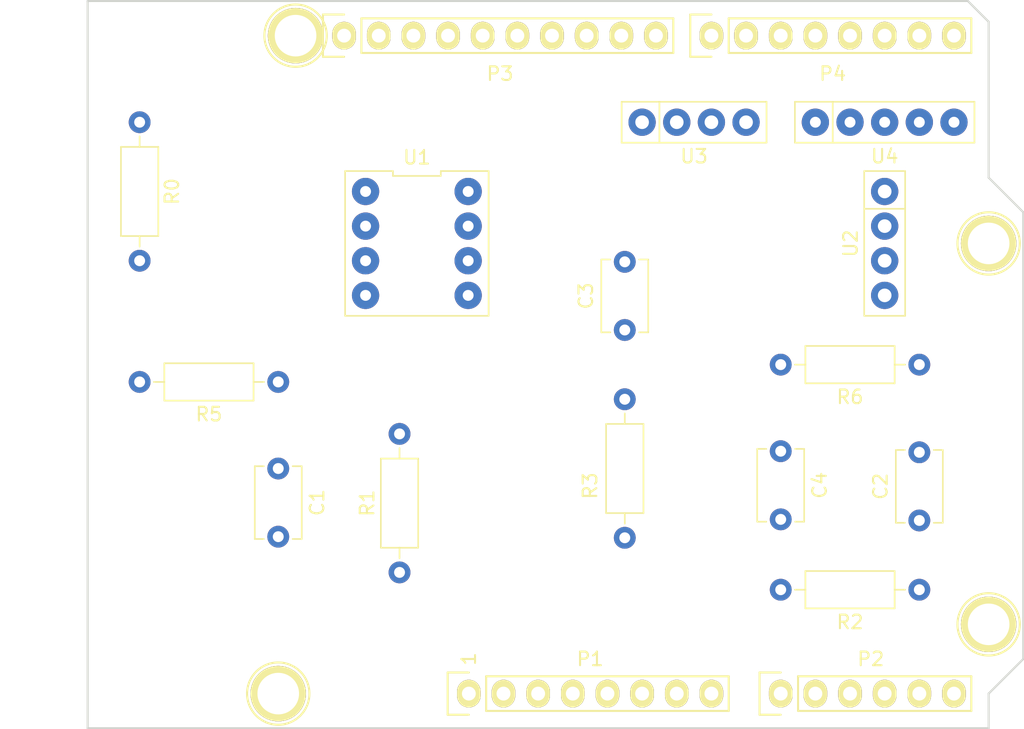
<source format=kicad_pcb>
(kicad_pcb (version 20171130) (host pcbnew "(5.1.2)-2")

  (general
    (thickness 1.6)
    (drawings 27)
    (tracks 0)
    (zones 0)
    (modules 22)
    (nets 42)
  )

  (page A4)
  (title_block
    (date "lun. 30 mars 2015")
  )

  (layers
    (0 F.Cu signal)
    (31 B.Cu signal)
    (32 B.Adhes user)
    (33 F.Adhes user)
    (34 B.Paste user)
    (35 F.Paste user)
    (36 B.SilkS user)
    (37 F.SilkS user)
    (38 B.Mask user)
    (39 F.Mask user)
    (40 Dwgs.User user)
    (41 Cmts.User user)
    (42 Eco1.User user)
    (43 Eco2.User user)
    (44 Edge.Cuts user)
    (45 Margin user)
    (46 B.CrtYd user)
    (47 F.CrtYd user)
    (48 B.Fab user)
    (49 F.Fab user)
  )

  (setup
    (last_trace_width 0.25)
    (trace_clearance 0.2)
    (zone_clearance 0.508)
    (zone_45_only no)
    (trace_min 0.2)
    (via_size 0.6)
    (via_drill 0.4)
    (via_min_size 0.4)
    (via_min_drill 0.3)
    (uvia_size 0.3)
    (uvia_drill 0.1)
    (uvias_allowed no)
    (uvia_min_size 0.2)
    (uvia_min_drill 0.1)
    (edge_width 0.15)
    (segment_width 0.15)
    (pcb_text_width 0.3)
    (pcb_text_size 1.5 1.5)
    (mod_edge_width 0.15)
    (mod_text_size 1 1)
    (mod_text_width 0.15)
    (pad_size 4.064 4.064)
    (pad_drill 3.048)
    (pad_to_mask_clearance 0)
    (aux_axis_origin 110.998 126.365)
    (grid_origin 110.998 126.365)
    (visible_elements 7FFFFFFF)
    (pcbplotparams
      (layerselection 0x00030_80000001)
      (usegerberextensions false)
      (usegerberattributes false)
      (usegerberadvancedattributes false)
      (creategerberjobfile false)
      (excludeedgelayer true)
      (linewidth 0.100000)
      (plotframeref false)
      (viasonmask false)
      (mode 1)
      (useauxorigin false)
      (hpglpennumber 1)
      (hpglpenspeed 20)
      (hpglpendiameter 15.000000)
      (psnegative false)
      (psa4output false)
      (plotreference true)
      (plotvalue true)
      (plotinvisibletext false)
      (padsonsilk false)
      (subtractmaskfromsilk false)
      (outputformat 1)
      (mirror false)
      (drillshape 1)
      (scaleselection 1)
      (outputdirectory ""))
  )

  (net 0 "")
  (net 1 /IOREF)
  (net 2 /Reset)
  (net 3 +5V)
  (net 4 GND)
  (net 5 /Vin)
  (net 6 /A1)
  (net 7 /A2)
  (net 8 /A3)
  (net 9 /AREF)
  (net 10 "/9(**)")
  (net 11 /8)
  (net 12 /7)
  (net 13 "/6(**)")
  (net 14 "/5(**)")
  (net 15 "/1(Tx)")
  (net 16 "/0(Rx)")
  (net 17 "Net-(P5-Pad1)")
  (net 18 "Net-(P6-Pad1)")
  (net 19 "Net-(P7-Pad1)")
  (net 20 "Net-(P8-Pad1)")
  (net 21 "/13(SCK)")
  (net 22 "Net-(P1-Pad1)")
  (net 23 +3V3)
  (net 24 "/12(MISO)")
  (net 25 IN+)
  (net 26 ADC)
  (net 27 "Net-(C4-Pad1)")
  (net 28 IN-)
  (net 29 SDA)
  (net 30 SCK)
  (net 31 "Net-(P3-Pad1)")
  (net 32 "Net-(P3-Pad2)")
  (net 33 TX)
  (net 34 RX)
  (net 35 CLK)
  (net 36 DATA)
  (net 37 SWITCH)
  (net 38 "Net-(R0-Pad2)")
  (net 39 "Net-(U1-Pad8)")
  (net 40 "Net-(U1-Pad1)")
  (net 41 "Net-(U1-Pad5)")

  (net_class Default "This is the default net class."
    (clearance 0.2)
    (trace_width 0.25)
    (via_dia 0.6)
    (via_drill 0.4)
    (uvia_dia 0.3)
    (uvia_drill 0.1)
    (add_net +3V3)
    (add_net +5V)
    (add_net "/0(Rx)")
    (add_net "/1(Tx)")
    (add_net "/12(MISO)")
    (add_net "/13(SCK)")
    (add_net "/5(**)")
    (add_net "/6(**)")
    (add_net /7)
    (add_net /8)
    (add_net "/9(**)")
    (add_net /A1)
    (add_net /A2)
    (add_net /A3)
    (add_net /AREF)
    (add_net /IOREF)
    (add_net /Reset)
    (add_net /Vin)
    (add_net ADC)
    (add_net CLK)
    (add_net DATA)
    (add_net GND)
    (add_net IN+)
    (add_net IN-)
    (add_net "Net-(C4-Pad1)")
    (add_net "Net-(P1-Pad1)")
    (add_net "Net-(P3-Pad1)")
    (add_net "Net-(P3-Pad2)")
    (add_net "Net-(P5-Pad1)")
    (add_net "Net-(P6-Pad1)")
    (add_net "Net-(P7-Pad1)")
    (add_net "Net-(P8-Pad1)")
    (add_net "Net-(R0-Pad2)")
    (add_net "Net-(U1-Pad1)")
    (add_net "Net-(U1-Pad5)")
    (add_net "Net-(U1-Pad8)")
    (add_net RX)
    (add_net SCK)
    (add_net SDA)
    (add_net SWITCH)
    (add_net TX)
  )

  (module Socket_Arduino_Uno:Socket_Strip_Arduino_1x08 locked (layer F.Cu) (tedit 552168D2) (tstamp 551AF9EA)
    (at 138.938 123.825)
    (descr "Through hole socket strip")
    (tags "socket strip")
    (path /56D70129)
    (fp_text reference P1 (at 8.89 -2.54) (layer F.SilkS)
      (effects (font (size 1 1) (thickness 0.15)))
    )
    (fp_text value Power (at 8.89 -4.064) (layer F.Fab)
      (effects (font (size 1 1) (thickness 0.15)))
    )
    (fp_line (start -1.75 -1.75) (end -1.75 1.75) (layer F.CrtYd) (width 0.05))
    (fp_line (start 19.55 -1.75) (end 19.55 1.75) (layer F.CrtYd) (width 0.05))
    (fp_line (start -1.75 -1.75) (end 19.55 -1.75) (layer F.CrtYd) (width 0.05))
    (fp_line (start -1.75 1.75) (end 19.55 1.75) (layer F.CrtYd) (width 0.05))
    (fp_line (start 1.27 1.27) (end 19.05 1.27) (layer F.SilkS) (width 0.15))
    (fp_line (start 19.05 1.27) (end 19.05 -1.27) (layer F.SilkS) (width 0.15))
    (fp_line (start 19.05 -1.27) (end 1.27 -1.27) (layer F.SilkS) (width 0.15))
    (fp_line (start -1.55 1.55) (end 0 1.55) (layer F.SilkS) (width 0.15))
    (fp_line (start 1.27 1.27) (end 1.27 -1.27) (layer F.SilkS) (width 0.15))
    (fp_line (start 0 -1.55) (end -1.55 -1.55) (layer F.SilkS) (width 0.15))
    (fp_line (start -1.55 -1.55) (end -1.55 1.55) (layer F.SilkS) (width 0.15))
    (pad 1 thru_hole oval (at 0 0) (size 1.7272 2.032) (drill 1.016) (layers *.Cu *.Mask F.SilkS)
      (net 22 "Net-(P1-Pad1)"))
    (pad 2 thru_hole oval (at 2.54 0) (size 1.7272 2.032) (drill 1.016) (layers *.Cu *.Mask F.SilkS)
      (net 1 /IOREF))
    (pad 3 thru_hole oval (at 5.08 0) (size 1.7272 2.032) (drill 1.016) (layers *.Cu *.Mask F.SilkS)
      (net 2 /Reset))
    (pad 4 thru_hole oval (at 7.62 0) (size 1.7272 2.032) (drill 1.016) (layers *.Cu *.Mask F.SilkS)
      (net 23 +3V3))
    (pad 5 thru_hole oval (at 10.16 0) (size 1.7272 2.032) (drill 1.016) (layers *.Cu *.Mask F.SilkS)
      (net 3 +5V))
    (pad 6 thru_hole oval (at 12.7 0) (size 1.7272 2.032) (drill 1.016) (layers *.Cu *.Mask F.SilkS)
      (net 4 GND))
    (pad 7 thru_hole oval (at 15.24 0) (size 1.7272 2.032) (drill 1.016) (layers *.Cu *.Mask F.SilkS)
      (net 4 GND))
    (pad 8 thru_hole oval (at 17.78 0) (size 1.7272 2.032) (drill 1.016) (layers *.Cu *.Mask F.SilkS)
      (net 5 /Vin))
    (model ${KIPRJMOD}/Socket_Arduino_Uno.3dshapes/Socket_header_Arduino_1x08.wrl
      (offset (xyz 8.889999866485596 0 0))
      (scale (xyz 1 1 1))
      (rotate (xyz 0 0 180))
    )
  )

  (module Socket_Arduino_Uno:Socket_Strip_Arduino_1x06 locked (layer F.Cu) (tedit 552168D6) (tstamp 551AF9FF)
    (at 161.798 123.825)
    (descr "Through hole socket strip")
    (tags "socket strip")
    (path /56D70DD8)
    (fp_text reference P2 (at 6.604 -2.54) (layer F.SilkS)
      (effects (font (size 1 1) (thickness 0.15)))
    )
    (fp_text value Analog (at 6.604 -4.064) (layer F.Fab)
      (effects (font (size 1 1) (thickness 0.15)))
    )
    (fp_line (start -1.75 -1.75) (end -1.75 1.75) (layer F.CrtYd) (width 0.05))
    (fp_line (start 14.45 -1.75) (end 14.45 1.75) (layer F.CrtYd) (width 0.05))
    (fp_line (start -1.75 -1.75) (end 14.45 -1.75) (layer F.CrtYd) (width 0.05))
    (fp_line (start -1.75 1.75) (end 14.45 1.75) (layer F.CrtYd) (width 0.05))
    (fp_line (start 1.27 1.27) (end 13.97 1.27) (layer F.SilkS) (width 0.15))
    (fp_line (start 13.97 1.27) (end 13.97 -1.27) (layer F.SilkS) (width 0.15))
    (fp_line (start 13.97 -1.27) (end 1.27 -1.27) (layer F.SilkS) (width 0.15))
    (fp_line (start -1.55 1.55) (end 0 1.55) (layer F.SilkS) (width 0.15))
    (fp_line (start 1.27 1.27) (end 1.27 -1.27) (layer F.SilkS) (width 0.15))
    (fp_line (start 0 -1.55) (end -1.55 -1.55) (layer F.SilkS) (width 0.15))
    (fp_line (start -1.55 -1.55) (end -1.55 1.55) (layer F.SilkS) (width 0.15))
    (pad 1 thru_hole oval (at 0 0) (size 1.7272 2.032) (drill 1.016) (layers *.Cu *.Mask F.SilkS)
      (net 26 ADC))
    (pad 2 thru_hole oval (at 2.54 0) (size 1.7272 2.032) (drill 1.016) (layers *.Cu *.Mask F.SilkS)
      (net 6 /A1))
    (pad 3 thru_hole oval (at 5.08 0) (size 1.7272 2.032) (drill 1.016) (layers *.Cu *.Mask F.SilkS)
      (net 7 /A2))
    (pad 4 thru_hole oval (at 7.62 0) (size 1.7272 2.032) (drill 1.016) (layers *.Cu *.Mask F.SilkS)
      (net 8 /A3))
    (pad 5 thru_hole oval (at 10.16 0) (size 1.7272 2.032) (drill 1.016) (layers *.Cu *.Mask F.SilkS)
      (net 29 SDA))
    (pad 6 thru_hole oval (at 12.7 0) (size 1.7272 2.032) (drill 1.016) (layers *.Cu *.Mask F.SilkS)
      (net 30 SCK))
    (model ${KIPRJMOD}/Socket_Arduino_Uno.3dshapes/Socket_header_Arduino_1x06.wrl
      (offset (xyz 6.349999904632568 0 0))
      (scale (xyz 1 1 1))
      (rotate (xyz 0 0 180))
    )
  )

  (module Socket_Arduino_Uno:Socket_Strip_Arduino_1x10 locked (layer F.Cu) (tedit 552168BF) (tstamp 551AFA18)
    (at 129.794 75.565)
    (descr "Through hole socket strip")
    (tags "socket strip")
    (path /56D721E0)
    (fp_text reference P3 (at 11.43 2.794) (layer F.SilkS)
      (effects (font (size 1 1) (thickness 0.15)))
    )
    (fp_text value Digital (at 11.43 4.318) (layer F.Fab)
      (effects (font (size 1 1) (thickness 0.15)))
    )
    (fp_line (start -1.75 -1.75) (end -1.75 1.75) (layer F.CrtYd) (width 0.05))
    (fp_line (start 24.65 -1.75) (end 24.65 1.75) (layer F.CrtYd) (width 0.05))
    (fp_line (start -1.75 -1.75) (end 24.65 -1.75) (layer F.CrtYd) (width 0.05))
    (fp_line (start -1.75 1.75) (end 24.65 1.75) (layer F.CrtYd) (width 0.05))
    (fp_line (start 1.27 1.27) (end 24.13 1.27) (layer F.SilkS) (width 0.15))
    (fp_line (start 24.13 1.27) (end 24.13 -1.27) (layer F.SilkS) (width 0.15))
    (fp_line (start 24.13 -1.27) (end 1.27 -1.27) (layer F.SilkS) (width 0.15))
    (fp_line (start -1.55 1.55) (end 0 1.55) (layer F.SilkS) (width 0.15))
    (fp_line (start 1.27 1.27) (end 1.27 -1.27) (layer F.SilkS) (width 0.15))
    (fp_line (start 0 -1.55) (end -1.55 -1.55) (layer F.SilkS) (width 0.15))
    (fp_line (start -1.55 -1.55) (end -1.55 1.55) (layer F.SilkS) (width 0.15))
    (pad 1 thru_hole oval (at 0 0) (size 1.7272 2.032) (drill 1.016) (layers *.Cu *.Mask F.SilkS)
      (net 31 "Net-(P3-Pad1)"))
    (pad 2 thru_hole oval (at 2.54 0) (size 1.7272 2.032) (drill 1.016) (layers *.Cu *.Mask F.SilkS)
      (net 32 "Net-(P3-Pad2)"))
    (pad 3 thru_hole oval (at 5.08 0) (size 1.7272 2.032) (drill 1.016) (layers *.Cu *.Mask F.SilkS)
      (net 9 /AREF))
    (pad 4 thru_hole oval (at 7.62 0) (size 1.7272 2.032) (drill 1.016) (layers *.Cu *.Mask F.SilkS)
      (net 4 GND))
    (pad 5 thru_hole oval (at 10.16 0) (size 1.7272 2.032) (drill 1.016) (layers *.Cu *.Mask F.SilkS)
      (net 21 "/13(SCK)"))
    (pad 6 thru_hole oval (at 12.7 0) (size 1.7272 2.032) (drill 1.016) (layers *.Cu *.Mask F.SilkS)
      (net 24 "/12(MISO)"))
    (pad 7 thru_hole oval (at 15.24 0) (size 1.7272 2.032) (drill 1.016) (layers *.Cu *.Mask F.SilkS)
      (net 33 TX))
    (pad 8 thru_hole oval (at 17.78 0) (size 1.7272 2.032) (drill 1.016) (layers *.Cu *.Mask F.SilkS)
      (net 34 RX))
    (pad 9 thru_hole oval (at 20.32 0) (size 1.7272 2.032) (drill 1.016) (layers *.Cu *.Mask F.SilkS)
      (net 10 "/9(**)"))
    (pad 10 thru_hole oval (at 22.86 0) (size 1.7272 2.032) (drill 1.016) (layers *.Cu *.Mask F.SilkS)
      (net 11 /8))
    (model ${KIPRJMOD}/Socket_Arduino_Uno.3dshapes/Socket_header_Arduino_1x10.wrl
      (offset (xyz 11.42999982833862 0 0))
      (scale (xyz 1 1 1))
      (rotate (xyz 0 0 180))
    )
  )

  (module Socket_Arduino_Uno:Socket_Strip_Arduino_1x08 locked (layer F.Cu) (tedit 552168C7) (tstamp 551AFA2F)
    (at 156.718 75.565)
    (descr "Through hole socket strip")
    (tags "socket strip")
    (path /56D7164F)
    (fp_text reference P4 (at 8.89 2.794) (layer F.SilkS)
      (effects (font (size 1 1) (thickness 0.15)))
    )
    (fp_text value Digital (at 8.89 4.318) (layer F.Fab)
      (effects (font (size 1 1) (thickness 0.15)))
    )
    (fp_line (start -1.75 -1.75) (end -1.75 1.75) (layer F.CrtYd) (width 0.05))
    (fp_line (start 19.55 -1.75) (end 19.55 1.75) (layer F.CrtYd) (width 0.05))
    (fp_line (start -1.75 -1.75) (end 19.55 -1.75) (layer F.CrtYd) (width 0.05))
    (fp_line (start -1.75 1.75) (end 19.55 1.75) (layer F.CrtYd) (width 0.05))
    (fp_line (start 1.27 1.27) (end 19.05 1.27) (layer F.SilkS) (width 0.15))
    (fp_line (start 19.05 1.27) (end 19.05 -1.27) (layer F.SilkS) (width 0.15))
    (fp_line (start 19.05 -1.27) (end 1.27 -1.27) (layer F.SilkS) (width 0.15))
    (fp_line (start -1.55 1.55) (end 0 1.55) (layer F.SilkS) (width 0.15))
    (fp_line (start 1.27 1.27) (end 1.27 -1.27) (layer F.SilkS) (width 0.15))
    (fp_line (start 0 -1.55) (end -1.55 -1.55) (layer F.SilkS) (width 0.15))
    (fp_line (start -1.55 -1.55) (end -1.55 1.55) (layer F.SilkS) (width 0.15))
    (pad 1 thru_hole oval (at 0 0) (size 1.7272 2.032) (drill 1.016) (layers *.Cu *.Mask F.SilkS)
      (net 12 /7))
    (pad 2 thru_hole oval (at 2.54 0) (size 1.7272 2.032) (drill 1.016) (layers *.Cu *.Mask F.SilkS)
      (net 13 "/6(**)"))
    (pad 3 thru_hole oval (at 5.08 0) (size 1.7272 2.032) (drill 1.016) (layers *.Cu *.Mask F.SilkS)
      (net 14 "/5(**)"))
    (pad 4 thru_hole oval (at 7.62 0) (size 1.7272 2.032) (drill 1.016) (layers *.Cu *.Mask F.SilkS)
      (net 35 CLK))
    (pad 5 thru_hole oval (at 10.16 0) (size 1.7272 2.032) (drill 1.016) (layers *.Cu *.Mask F.SilkS)
      (net 36 DATA))
    (pad 6 thru_hole oval (at 12.7 0) (size 1.7272 2.032) (drill 1.016) (layers *.Cu *.Mask F.SilkS)
      (net 37 SWITCH))
    (pad 7 thru_hole oval (at 15.24 0) (size 1.7272 2.032) (drill 1.016) (layers *.Cu *.Mask F.SilkS)
      (net 15 "/1(Tx)"))
    (pad 8 thru_hole oval (at 17.78 0) (size 1.7272 2.032) (drill 1.016) (layers *.Cu *.Mask F.SilkS)
      (net 16 "/0(Rx)"))
    (model ${KIPRJMOD}/Socket_Arduino_Uno.3dshapes/Socket_header_Arduino_1x08.wrl
      (offset (xyz 8.889999866485596 0 0))
      (scale (xyz 1 1 1))
      (rotate (xyz 0 0 180))
    )
  )

  (module Socket_Arduino_Uno:Arduino_1pin locked (layer F.Cu) (tedit 5524FC39) (tstamp 5524FC3F)
    (at 124.968 123.825)
    (descr "module 1 pin (ou trou mecanique de percage)")
    (tags DEV)
    (path /56D71177)
    (fp_text reference P5 (at 0 -3.048) (layer F.SilkS) hide
      (effects (font (size 1 1) (thickness 0.15)))
    )
    (fp_text value CONN_01X01 (at 0 2.794) (layer F.Fab) hide
      (effects (font (size 1 1) (thickness 0.15)))
    )
    (fp_circle (center 0 0) (end 0 -2.286) (layer F.SilkS) (width 0.15))
    (pad 1 thru_hole circle (at 0 0) (size 4.064 4.064) (drill 3.048) (layers *.Cu *.Mask F.SilkS)
      (net 17 "Net-(P5-Pad1)"))
  )

  (module Socket_Arduino_Uno:Arduino_1pin locked (layer F.Cu) (tedit 5524FC4A) (tstamp 5524FC44)
    (at 177.038 118.745)
    (descr "module 1 pin (ou trou mecanique de percage)")
    (tags DEV)
    (path /56D71274)
    (fp_text reference P6 (at 0 -3.048) (layer F.SilkS) hide
      (effects (font (size 1 1) (thickness 0.15)))
    )
    (fp_text value CONN_01X01 (at 0 2.794) (layer F.Fab) hide
      (effects (font (size 1 1) (thickness 0.15)))
    )
    (fp_circle (center 0 0) (end 0 -2.286) (layer F.SilkS) (width 0.15))
    (pad 1 thru_hole circle (at 0 0) (size 4.064 4.064) (drill 3.048) (layers *.Cu *.Mask F.SilkS)
      (net 18 "Net-(P6-Pad1)"))
  )

  (module Socket_Arduino_Uno:Arduino_1pin locked (layer F.Cu) (tedit 5524FC2F) (tstamp 5524FC49)
    (at 126.238 75.565)
    (descr "module 1 pin (ou trou mecanique de percage)")
    (tags DEV)
    (path /56D712A8)
    (fp_text reference P7 (at 0 -3.048) (layer F.SilkS) hide
      (effects (font (size 1 1) (thickness 0.15)))
    )
    (fp_text value CONN_01X01 (at 0 2.794) (layer F.Fab) hide
      (effects (font (size 1 1) (thickness 0.15)))
    )
    (fp_circle (center 0 0) (end 0 -2.286) (layer F.SilkS) (width 0.15))
    (pad 1 thru_hole circle (at 0 0) (size 4.064 4.064) (drill 3.048) (layers *.Cu *.Mask F.SilkS)
      (net 19 "Net-(P7-Pad1)"))
  )

  (module Socket_Arduino_Uno:Arduino_1pin locked (layer F.Cu) (tedit 5524FC41) (tstamp 5524FC4E)
    (at 177.038 90.805)
    (descr "module 1 pin (ou trou mecanique de percage)")
    (tags DEV)
    (path /56D712DB)
    (fp_text reference P8 (at 0 -3.048) (layer F.SilkS) hide
      (effects (font (size 1 1) (thickness 0.15)))
    )
    (fp_text value CONN_01X01 (at 0 2.794) (layer F.Fab) hide
      (effects (font (size 1 1) (thickness 0.15)))
    )
    (fp_circle (center 0 0) (end 0 -2.286) (layer F.SilkS) (width 0.15))
    (pad 1 thru_hole circle (at 0 0) (size 4.064 4.064) (drill 3.048) (layers *.Cu *.Mask F.SilkS)
      (net 20 "Net-(P8-Pad1)"))
  )

  (module Capacitor_THT:C_Disc_D5.1mm_W3.2mm_P5.00mm (layer F.Cu) (tedit 5AE50EF0) (tstamp 60368453)
    (at 124.968 107.315 270)
    (descr "C, Disc series, Radial, pin pitch=5.00mm, , diameter*width=5.1*3.2mm^2, Capacitor, http://www.vishay.com/docs/45233/krseries.pdf")
    (tags "C Disc series Radial pin pitch 5.00mm  diameter 5.1mm width 3.2mm Capacitor")
    (path /60362D78)
    (fp_text reference C1 (at 2.5 -2.85 90) (layer F.SilkS)
      (effects (font (size 1 1) (thickness 0.15)))
    )
    (fp_text value 100n (at 2.5 2.85 90) (layer F.Fab)
      (effects (font (size 1 1) (thickness 0.15)))
    )
    (fp_line (start -0.05 -1.6) (end -0.05 1.6) (layer F.Fab) (width 0.1))
    (fp_line (start -0.05 1.6) (end 5.05 1.6) (layer F.Fab) (width 0.1))
    (fp_line (start 5.05 1.6) (end 5.05 -1.6) (layer F.Fab) (width 0.1))
    (fp_line (start 5.05 -1.6) (end -0.05 -1.6) (layer F.Fab) (width 0.1))
    (fp_line (start -0.17 -1.721) (end 5.17 -1.721) (layer F.SilkS) (width 0.12))
    (fp_line (start -0.17 1.721) (end 5.17 1.721) (layer F.SilkS) (width 0.12))
    (fp_line (start -0.17 -1.721) (end -0.17 -1.055) (layer F.SilkS) (width 0.12))
    (fp_line (start -0.17 1.055) (end -0.17 1.721) (layer F.SilkS) (width 0.12))
    (fp_line (start 5.17 -1.721) (end 5.17 -1.055) (layer F.SilkS) (width 0.12))
    (fp_line (start 5.17 1.055) (end 5.17 1.721) (layer F.SilkS) (width 0.12))
    (fp_line (start -1.05 -1.85) (end -1.05 1.85) (layer F.CrtYd) (width 0.05))
    (fp_line (start -1.05 1.85) (end 6.05 1.85) (layer F.CrtYd) (width 0.05))
    (fp_line (start 6.05 1.85) (end 6.05 -1.85) (layer F.CrtYd) (width 0.05))
    (fp_line (start 6.05 -1.85) (end -1.05 -1.85) (layer F.CrtYd) (width 0.05))
    (fp_text user %R (at 2.5 0 90) (layer F.Fab)
      (effects (font (size 1 1) (thickness 0.15)))
    )
    (pad 1 thru_hole circle (at 0 0 270) (size 1.6 1.6) (drill 0.8) (layers *.Cu *.Mask)
      (net 25 IN+))
    (pad 2 thru_hole circle (at 5 0 270) (size 1.6 1.6) (drill 0.8) (layers *.Cu *.Mask)
      (net 4 GND))
    (model ${KISYS3DMOD}/Capacitor_THT.3dshapes/C_Disc_D5.1mm_W3.2mm_P5.00mm.wrl
      (at (xyz 0 0 0))
      (scale (xyz 1 1 1))
      (rotate (xyz 0 0 0))
    )
  )

  (module Capacitor_THT:C_Disc_D5.1mm_W3.2mm_P5.00mm (layer F.Cu) (tedit 5AE50EF0) (tstamp 60368468)
    (at 171.958 111.125 90)
    (descr "C, Disc series, Radial, pin pitch=5.00mm, , diameter*width=5.1*3.2mm^2, Capacitor, http://www.vishay.com/docs/45233/krseries.pdf")
    (tags "C Disc series Radial pin pitch 5.00mm  diameter 5.1mm width 3.2mm Capacitor")
    (path /60386D3E)
    (fp_text reference C2 (at 2.5 -2.85 90) (layer F.SilkS)
      (effects (font (size 1 1) (thickness 0.15)))
    )
    (fp_text value 100n (at 2.5 2.85 90) (layer F.Fab)
      (effects (font (size 1 1) (thickness 0.15)))
    )
    (fp_text user %R (at 2.5 0 90) (layer F.Fab)
      (effects (font (size 1 1) (thickness 0.15)))
    )
    (fp_line (start 6.05 -1.85) (end -1.05 -1.85) (layer F.CrtYd) (width 0.05))
    (fp_line (start 6.05 1.85) (end 6.05 -1.85) (layer F.CrtYd) (width 0.05))
    (fp_line (start -1.05 1.85) (end 6.05 1.85) (layer F.CrtYd) (width 0.05))
    (fp_line (start -1.05 -1.85) (end -1.05 1.85) (layer F.CrtYd) (width 0.05))
    (fp_line (start 5.17 1.055) (end 5.17 1.721) (layer F.SilkS) (width 0.12))
    (fp_line (start 5.17 -1.721) (end 5.17 -1.055) (layer F.SilkS) (width 0.12))
    (fp_line (start -0.17 1.055) (end -0.17 1.721) (layer F.SilkS) (width 0.12))
    (fp_line (start -0.17 -1.721) (end -0.17 -1.055) (layer F.SilkS) (width 0.12))
    (fp_line (start -0.17 1.721) (end 5.17 1.721) (layer F.SilkS) (width 0.12))
    (fp_line (start -0.17 -1.721) (end 5.17 -1.721) (layer F.SilkS) (width 0.12))
    (fp_line (start 5.05 -1.6) (end -0.05 -1.6) (layer F.Fab) (width 0.1))
    (fp_line (start 5.05 1.6) (end 5.05 -1.6) (layer F.Fab) (width 0.1))
    (fp_line (start -0.05 1.6) (end 5.05 1.6) (layer F.Fab) (width 0.1))
    (fp_line (start -0.05 -1.6) (end -0.05 1.6) (layer F.Fab) (width 0.1))
    (pad 2 thru_hole circle (at 5 0 90) (size 1.6 1.6) (drill 0.8) (layers *.Cu *.Mask)
      (net 4 GND))
    (pad 1 thru_hole circle (at 0 0 90) (size 1.6 1.6) (drill 0.8) (layers *.Cu *.Mask)
      (net 26 ADC))
    (model ${KISYS3DMOD}/Capacitor_THT.3dshapes/C_Disc_D5.1mm_W3.2mm_P5.00mm.wrl
      (at (xyz 0 0 0))
      (scale (xyz 1 1 1))
      (rotate (xyz 0 0 0))
    )
  )

  (module Capacitor_THT:C_Disc_D5.1mm_W3.2mm_P5.00mm (layer F.Cu) (tedit 5AE50EF0) (tstamp 6036847D)
    (at 150.368 97.155 90)
    (descr "C, Disc series, Radial, pin pitch=5.00mm, , diameter*width=5.1*3.2mm^2, Capacitor, http://www.vishay.com/docs/45233/krseries.pdf")
    (tags "C Disc series Radial pin pitch 5.00mm  diameter 5.1mm width 3.2mm Capacitor")
    (path /603861F6)
    (fp_text reference C3 (at 2.5 -2.85 90) (layer F.SilkS)
      (effects (font (size 1 1) (thickness 0.15)))
    )
    (fp_text value 100n (at 2.5 2.85 90) (layer F.Fab)
      (effects (font (size 1 1) (thickness 0.15)))
    )
    (fp_text user %R (at 2.5 0 90) (layer F.Fab)
      (effects (font (size 1 1) (thickness 0.15)))
    )
    (fp_line (start 6.05 -1.85) (end -1.05 -1.85) (layer F.CrtYd) (width 0.05))
    (fp_line (start 6.05 1.85) (end 6.05 -1.85) (layer F.CrtYd) (width 0.05))
    (fp_line (start -1.05 1.85) (end 6.05 1.85) (layer F.CrtYd) (width 0.05))
    (fp_line (start -1.05 -1.85) (end -1.05 1.85) (layer F.CrtYd) (width 0.05))
    (fp_line (start 5.17 1.055) (end 5.17 1.721) (layer F.SilkS) (width 0.12))
    (fp_line (start 5.17 -1.721) (end 5.17 -1.055) (layer F.SilkS) (width 0.12))
    (fp_line (start -0.17 1.055) (end -0.17 1.721) (layer F.SilkS) (width 0.12))
    (fp_line (start -0.17 -1.721) (end -0.17 -1.055) (layer F.SilkS) (width 0.12))
    (fp_line (start -0.17 1.721) (end 5.17 1.721) (layer F.SilkS) (width 0.12))
    (fp_line (start -0.17 -1.721) (end 5.17 -1.721) (layer F.SilkS) (width 0.12))
    (fp_line (start 5.05 -1.6) (end -0.05 -1.6) (layer F.Fab) (width 0.1))
    (fp_line (start 5.05 1.6) (end 5.05 -1.6) (layer F.Fab) (width 0.1))
    (fp_line (start -0.05 1.6) (end 5.05 1.6) (layer F.Fab) (width 0.1))
    (fp_line (start -0.05 -1.6) (end -0.05 1.6) (layer F.Fab) (width 0.1))
    (pad 2 thru_hole circle (at 5 0 90) (size 1.6 1.6) (drill 0.8) (layers *.Cu *.Mask)
      (net 4 GND))
    (pad 1 thru_hole circle (at 0 0 90) (size 1.6 1.6) (drill 0.8) (layers *.Cu *.Mask)
      (net 3 +5V))
    (model ${KISYS3DMOD}/Capacitor_THT.3dshapes/C_Disc_D5.1mm_W3.2mm_P5.00mm.wrl
      (at (xyz 0 0 0))
      (scale (xyz 1 1 1))
      (rotate (xyz 0 0 0))
    )
  )

  (module Capacitor_THT:C_Disc_D5.1mm_W3.2mm_P5.00mm (layer F.Cu) (tedit 5AE50EF0) (tstamp 60368492)
    (at 161.798 106.045 270)
    (descr "C, Disc series, Radial, pin pitch=5.00mm, , diameter*width=5.1*3.2mm^2, Capacitor, http://www.vishay.com/docs/45233/krseries.pdf")
    (tags "C Disc series Radial pin pitch 5.00mm  diameter 5.1mm width 3.2mm Capacitor")
    (path /60386AF0)
    (fp_text reference C4 (at 2.5 -2.85 90) (layer F.SilkS)
      (effects (font (size 1 1) (thickness 0.15)))
    )
    (fp_text value 1u (at 2.5 2.85 90) (layer F.Fab)
      (effects (font (size 1 1) (thickness 0.15)))
    )
    (fp_line (start -0.05 -1.6) (end -0.05 1.6) (layer F.Fab) (width 0.1))
    (fp_line (start -0.05 1.6) (end 5.05 1.6) (layer F.Fab) (width 0.1))
    (fp_line (start 5.05 1.6) (end 5.05 -1.6) (layer F.Fab) (width 0.1))
    (fp_line (start 5.05 -1.6) (end -0.05 -1.6) (layer F.Fab) (width 0.1))
    (fp_line (start -0.17 -1.721) (end 5.17 -1.721) (layer F.SilkS) (width 0.12))
    (fp_line (start -0.17 1.721) (end 5.17 1.721) (layer F.SilkS) (width 0.12))
    (fp_line (start -0.17 -1.721) (end -0.17 -1.055) (layer F.SilkS) (width 0.12))
    (fp_line (start -0.17 1.055) (end -0.17 1.721) (layer F.SilkS) (width 0.12))
    (fp_line (start 5.17 -1.721) (end 5.17 -1.055) (layer F.SilkS) (width 0.12))
    (fp_line (start 5.17 1.055) (end 5.17 1.721) (layer F.SilkS) (width 0.12))
    (fp_line (start -1.05 -1.85) (end -1.05 1.85) (layer F.CrtYd) (width 0.05))
    (fp_line (start -1.05 1.85) (end 6.05 1.85) (layer F.CrtYd) (width 0.05))
    (fp_line (start 6.05 1.85) (end 6.05 -1.85) (layer F.CrtYd) (width 0.05))
    (fp_line (start 6.05 -1.85) (end -1.05 -1.85) (layer F.CrtYd) (width 0.05))
    (fp_text user %R (at 2.5 0 90) (layer F.Fab)
      (effects (font (size 1 1) (thickness 0.15)))
    )
    (pad 1 thru_hole circle (at 0 0 270) (size 1.6 1.6) (drill 0.8) (layers *.Cu *.Mask)
      (net 27 "Net-(C4-Pad1)"))
    (pad 2 thru_hole circle (at 5 0 270) (size 1.6 1.6) (drill 0.8) (layers *.Cu *.Mask)
      (net 28 IN-))
    (model ${KISYS3DMOD}/Capacitor_THT.3dshapes/C_Disc_D5.1mm_W3.2mm_P5.00mm.wrl
      (at (xyz 0 0 0))
      (scale (xyz 1 1 1))
      (rotate (xyz 0 0 0))
    )
  )

  (module Resistor_THT:R_Axial_DIN0207_L6.3mm_D2.5mm_P10.16mm_Horizontal (layer F.Cu) (tedit 5AE5139B) (tstamp 603684A9)
    (at 114.808 81.915 270)
    (descr "Resistor, Axial_DIN0207 series, Axial, Horizontal, pin pitch=10.16mm, 0.25W = 1/4W, length*diameter=6.3*2.5mm^2, http://cdn-reichelt.de/documents/datenblatt/B400/1_4W%23YAG.pdf")
    (tags "Resistor Axial_DIN0207 series Axial Horizontal pin pitch 10.16mm 0.25W = 1/4W length 6.3mm diameter 2.5mm")
    (path /60361684)
    (fp_text reference R0 (at 5.08 -2.37 90) (layer F.SilkS)
      (effects (font (size 1 1) (thickness 0.15)))
    )
    (fp_text value Rsensor (at 5.08 2.37 90) (layer F.Fab)
      (effects (font (size 1 1) (thickness 0.15)))
    )
    (fp_line (start 1.93 -1.25) (end 1.93 1.25) (layer F.Fab) (width 0.1))
    (fp_line (start 1.93 1.25) (end 8.23 1.25) (layer F.Fab) (width 0.1))
    (fp_line (start 8.23 1.25) (end 8.23 -1.25) (layer F.Fab) (width 0.1))
    (fp_line (start 8.23 -1.25) (end 1.93 -1.25) (layer F.Fab) (width 0.1))
    (fp_line (start 0 0) (end 1.93 0) (layer F.Fab) (width 0.1))
    (fp_line (start 10.16 0) (end 8.23 0) (layer F.Fab) (width 0.1))
    (fp_line (start 1.81 -1.37) (end 1.81 1.37) (layer F.SilkS) (width 0.12))
    (fp_line (start 1.81 1.37) (end 8.35 1.37) (layer F.SilkS) (width 0.12))
    (fp_line (start 8.35 1.37) (end 8.35 -1.37) (layer F.SilkS) (width 0.12))
    (fp_line (start 8.35 -1.37) (end 1.81 -1.37) (layer F.SilkS) (width 0.12))
    (fp_line (start 1.04 0) (end 1.81 0) (layer F.SilkS) (width 0.12))
    (fp_line (start 9.12 0) (end 8.35 0) (layer F.SilkS) (width 0.12))
    (fp_line (start -1.05 -1.5) (end -1.05 1.5) (layer F.CrtYd) (width 0.05))
    (fp_line (start -1.05 1.5) (end 11.21 1.5) (layer F.CrtYd) (width 0.05))
    (fp_line (start 11.21 1.5) (end 11.21 -1.5) (layer F.CrtYd) (width 0.05))
    (fp_line (start 11.21 -1.5) (end -1.05 -1.5) (layer F.CrtYd) (width 0.05))
    (fp_text user %R (at 5.08 0 90) (layer F.Fab)
      (effects (font (size 1 1) (thickness 0.15)))
    )
    (pad 1 thru_hole circle (at 0 0 270) (size 1.6 1.6) (drill 0.8) (layers *.Cu *.Mask)
      (net 3 +5V))
    (pad 2 thru_hole oval (at 10.16 0 270) (size 1.6 1.6) (drill 0.8) (layers *.Cu *.Mask)
      (net 38 "Net-(R0-Pad2)"))
    (model ${KISYS3DMOD}/Resistor_THT.3dshapes/R_Axial_DIN0207_L6.3mm_D2.5mm_P10.16mm_Horizontal.wrl
      (at (xyz 0 0 0))
      (scale (xyz 1 1 1))
      (rotate (xyz 0 0 0))
    )
  )

  (module Resistor_THT:R_Axial_DIN0207_L6.3mm_D2.5mm_P10.16mm_Horizontal (layer F.Cu) (tedit 5AE5139B) (tstamp 603684C0)
    (at 133.858 114.935 90)
    (descr "Resistor, Axial_DIN0207 series, Axial, Horizontal, pin pitch=10.16mm, 0.25W = 1/4W, length*diameter=6.3*2.5mm^2, http://cdn-reichelt.de/documents/datenblatt/B400/1_4W%23YAG.pdf")
    (tags "Resistor Axial_DIN0207 series Axial Horizontal pin pitch 10.16mm 0.25W = 1/4W length 6.3mm diameter 2.5mm")
    (path /603626EB)
    (fp_text reference R1 (at 5.08 -2.37 90) (layer F.SilkS)
      (effects (font (size 1 1) (thickness 0.15)))
    )
    (fp_text value 100k (at 5.08 2.37 90) (layer F.Fab)
      (effects (font (size 1 1) (thickness 0.15)))
    )
    (fp_line (start 1.93 -1.25) (end 1.93 1.25) (layer F.Fab) (width 0.1))
    (fp_line (start 1.93 1.25) (end 8.23 1.25) (layer F.Fab) (width 0.1))
    (fp_line (start 8.23 1.25) (end 8.23 -1.25) (layer F.Fab) (width 0.1))
    (fp_line (start 8.23 -1.25) (end 1.93 -1.25) (layer F.Fab) (width 0.1))
    (fp_line (start 0 0) (end 1.93 0) (layer F.Fab) (width 0.1))
    (fp_line (start 10.16 0) (end 8.23 0) (layer F.Fab) (width 0.1))
    (fp_line (start 1.81 -1.37) (end 1.81 1.37) (layer F.SilkS) (width 0.12))
    (fp_line (start 1.81 1.37) (end 8.35 1.37) (layer F.SilkS) (width 0.12))
    (fp_line (start 8.35 1.37) (end 8.35 -1.37) (layer F.SilkS) (width 0.12))
    (fp_line (start 8.35 -1.37) (end 1.81 -1.37) (layer F.SilkS) (width 0.12))
    (fp_line (start 1.04 0) (end 1.81 0) (layer F.SilkS) (width 0.12))
    (fp_line (start 9.12 0) (end 8.35 0) (layer F.SilkS) (width 0.12))
    (fp_line (start -1.05 -1.5) (end -1.05 1.5) (layer F.CrtYd) (width 0.05))
    (fp_line (start -1.05 1.5) (end 11.21 1.5) (layer F.CrtYd) (width 0.05))
    (fp_line (start 11.21 1.5) (end 11.21 -1.5) (layer F.CrtYd) (width 0.05))
    (fp_line (start 11.21 -1.5) (end -1.05 -1.5) (layer F.CrtYd) (width 0.05))
    (fp_text user %R (at 5.08 0 90) (layer F.Fab)
      (effects (font (size 1 1) (thickness 0.15)))
    )
    (pad 1 thru_hole circle (at 0 0 90) (size 1.6 1.6) (drill 0.8) (layers *.Cu *.Mask)
      (net 4 GND))
    (pad 2 thru_hole oval (at 10.16 0 90) (size 1.6 1.6) (drill 0.8) (layers *.Cu *.Mask)
      (net 25 IN+))
    (model ${KISYS3DMOD}/Resistor_THT.3dshapes/R_Axial_DIN0207_L6.3mm_D2.5mm_P10.16mm_Horizontal.wrl
      (at (xyz 0 0 0))
      (scale (xyz 1 1 1))
      (rotate (xyz 0 0 0))
    )
  )

  (module Resistor_THT:R_Axial_DIN0207_L6.3mm_D2.5mm_P10.16mm_Horizontal (layer F.Cu) (tedit 5AE5139B) (tstamp 603684D7)
    (at 171.958 116.205 180)
    (descr "Resistor, Axial_DIN0207 series, Axial, Horizontal, pin pitch=10.16mm, 0.25W = 1/4W, length*diameter=6.3*2.5mm^2, http://cdn-reichelt.de/documents/datenblatt/B400/1_4W%23YAG.pdf")
    (tags "Resistor Axial_DIN0207 series Axial Horizontal pin pitch 10.16mm 0.25W = 1/4W length 6.3mm diameter 2.5mm")
    (path /6038C127)
    (fp_text reference R2 (at 5.08 -2.37) (layer F.SilkS)
      (effects (font (size 1 1) (thickness 0.15)))
    )
    (fp_text value 1k (at 5.08 2.37) (layer F.Fab)
      (effects (font (size 1 1) (thickness 0.15)))
    )
    (fp_text user %R (at 5.08 0) (layer F.Fab)
      (effects (font (size 1 1) (thickness 0.15)))
    )
    (fp_line (start 11.21 -1.5) (end -1.05 -1.5) (layer F.CrtYd) (width 0.05))
    (fp_line (start 11.21 1.5) (end 11.21 -1.5) (layer F.CrtYd) (width 0.05))
    (fp_line (start -1.05 1.5) (end 11.21 1.5) (layer F.CrtYd) (width 0.05))
    (fp_line (start -1.05 -1.5) (end -1.05 1.5) (layer F.CrtYd) (width 0.05))
    (fp_line (start 9.12 0) (end 8.35 0) (layer F.SilkS) (width 0.12))
    (fp_line (start 1.04 0) (end 1.81 0) (layer F.SilkS) (width 0.12))
    (fp_line (start 8.35 -1.37) (end 1.81 -1.37) (layer F.SilkS) (width 0.12))
    (fp_line (start 8.35 1.37) (end 8.35 -1.37) (layer F.SilkS) (width 0.12))
    (fp_line (start 1.81 1.37) (end 8.35 1.37) (layer F.SilkS) (width 0.12))
    (fp_line (start 1.81 -1.37) (end 1.81 1.37) (layer F.SilkS) (width 0.12))
    (fp_line (start 10.16 0) (end 8.23 0) (layer F.Fab) (width 0.1))
    (fp_line (start 0 0) (end 1.93 0) (layer F.Fab) (width 0.1))
    (fp_line (start 8.23 -1.25) (end 1.93 -1.25) (layer F.Fab) (width 0.1))
    (fp_line (start 8.23 1.25) (end 8.23 -1.25) (layer F.Fab) (width 0.1))
    (fp_line (start 1.93 1.25) (end 8.23 1.25) (layer F.Fab) (width 0.1))
    (fp_line (start 1.93 -1.25) (end 1.93 1.25) (layer F.Fab) (width 0.1))
    (pad 2 thru_hole oval (at 10.16 0 180) (size 1.6 1.6) (drill 0.8) (layers *.Cu *.Mask)
      (net 28 IN-))
    (pad 1 thru_hole circle (at 0 0 180) (size 1.6 1.6) (drill 0.8) (layers *.Cu *.Mask)
      (net 4 GND))
    (model ${KISYS3DMOD}/Resistor_THT.3dshapes/R_Axial_DIN0207_L6.3mm_D2.5mm_P10.16mm_Horizontal.wrl
      (at (xyz 0 0 0))
      (scale (xyz 1 1 1))
      (rotate (xyz 0 0 0))
    )
  )

  (module Resistor_THT:R_Axial_DIN0207_L6.3mm_D2.5mm_P10.16mm_Horizontal (layer F.Cu) (tedit 5AE5139B) (tstamp 603684EE)
    (at 150.368 112.395 90)
    (descr "Resistor, Axial_DIN0207 series, Axial, Horizontal, pin pitch=10.16mm, 0.25W = 1/4W, length*diameter=6.3*2.5mm^2, http://cdn-reichelt.de/documents/datenblatt/B400/1_4W%23YAG.pdf")
    (tags "Resistor Axial_DIN0207 series Axial Horizontal pin pitch 10.16mm 0.25W = 1/4W length 6.3mm diameter 2.5mm")
    (path /60389667)
    (fp_text reference R3 (at 3.81 -2.54 90) (layer F.SilkS)
      (effects (font (size 1 1) (thickness 0.15)))
    )
    (fp_text value 100k (at 5.08 2.37 90) (layer F.Fab)
      (effects (font (size 1 1) (thickness 0.15)))
    )
    (fp_text user %R (at 5.08 0 90) (layer F.Fab)
      (effects (font (size 1 1) (thickness 0.15)))
    )
    (fp_line (start 11.21 -1.5) (end -1.05 -1.5) (layer F.CrtYd) (width 0.05))
    (fp_line (start 11.21 1.5) (end 11.21 -1.5) (layer F.CrtYd) (width 0.05))
    (fp_line (start -1.05 1.5) (end 11.21 1.5) (layer F.CrtYd) (width 0.05))
    (fp_line (start -1.05 -1.5) (end -1.05 1.5) (layer F.CrtYd) (width 0.05))
    (fp_line (start 9.12 0) (end 8.35 0) (layer F.SilkS) (width 0.12))
    (fp_line (start 1.04 0) (end 1.81 0) (layer F.SilkS) (width 0.12))
    (fp_line (start 8.35 -1.37) (end 1.81 -1.37) (layer F.SilkS) (width 0.12))
    (fp_line (start 8.35 1.37) (end 8.35 -1.37) (layer F.SilkS) (width 0.12))
    (fp_line (start 1.81 1.37) (end 8.35 1.37) (layer F.SilkS) (width 0.12))
    (fp_line (start 1.81 -1.37) (end 1.81 1.37) (layer F.SilkS) (width 0.12))
    (fp_line (start 10.16 0) (end 8.23 0) (layer F.Fab) (width 0.1))
    (fp_line (start 0 0) (end 1.93 0) (layer F.Fab) (width 0.1))
    (fp_line (start 8.23 -1.25) (end 1.93 -1.25) (layer F.Fab) (width 0.1))
    (fp_line (start 8.23 1.25) (end 8.23 -1.25) (layer F.Fab) (width 0.1))
    (fp_line (start 1.93 1.25) (end 8.23 1.25) (layer F.Fab) (width 0.1))
    (fp_line (start 1.93 -1.25) (end 1.93 1.25) (layer F.Fab) (width 0.1))
    (pad 2 thru_hole oval (at 10.16 0 90) (size 1.6 1.6) (drill 0.8) (layers *.Cu *.Mask)
      (net 27 "Net-(C4-Pad1)"))
    (pad 1 thru_hole circle (at 0 0 90) (size 1.6 1.6) (drill 0.8) (layers *.Cu *.Mask)
      (net 28 IN-))
    (model ${KISYS3DMOD}/Resistor_THT.3dshapes/R_Axial_DIN0207_L6.3mm_D2.5mm_P10.16mm_Horizontal.wrl
      (at (xyz 0 0 0))
      (scale (xyz 1 1 1))
      (rotate (xyz 0 0 0))
    )
  )

  (module Resistor_THT:R_Axial_DIN0207_L6.3mm_D2.5mm_P10.16mm_Horizontal (layer F.Cu) (tedit 5AE5139B) (tstamp 60368505)
    (at 124.968 100.965 180)
    (descr "Resistor, Axial_DIN0207 series, Axial, Horizontal, pin pitch=10.16mm, 0.25W = 1/4W, length*diameter=6.3*2.5mm^2, http://cdn-reichelt.de/documents/datenblatt/B400/1_4W%23YAG.pdf")
    (tags "Resistor Axial_DIN0207 series Axial Horizontal pin pitch 10.16mm 0.25W = 1/4W length 6.3mm diameter 2.5mm")
    (path /60361AAE)
    (fp_text reference R5 (at 5.08 -2.37) (layer F.SilkS)
      (effects (font (size 1 1) (thickness 0.15)))
    )
    (fp_text value 10k (at 5.08 2.37) (layer F.Fab)
      (effects (font (size 1 1) (thickness 0.15)))
    )
    (fp_text user %R (at 5.08 0) (layer F.Fab)
      (effects (font (size 1 1) (thickness 0.15)))
    )
    (fp_line (start 11.21 -1.5) (end -1.05 -1.5) (layer F.CrtYd) (width 0.05))
    (fp_line (start 11.21 1.5) (end 11.21 -1.5) (layer F.CrtYd) (width 0.05))
    (fp_line (start -1.05 1.5) (end 11.21 1.5) (layer F.CrtYd) (width 0.05))
    (fp_line (start -1.05 -1.5) (end -1.05 1.5) (layer F.CrtYd) (width 0.05))
    (fp_line (start 9.12 0) (end 8.35 0) (layer F.SilkS) (width 0.12))
    (fp_line (start 1.04 0) (end 1.81 0) (layer F.SilkS) (width 0.12))
    (fp_line (start 8.35 -1.37) (end 1.81 -1.37) (layer F.SilkS) (width 0.12))
    (fp_line (start 8.35 1.37) (end 8.35 -1.37) (layer F.SilkS) (width 0.12))
    (fp_line (start 1.81 1.37) (end 8.35 1.37) (layer F.SilkS) (width 0.12))
    (fp_line (start 1.81 -1.37) (end 1.81 1.37) (layer F.SilkS) (width 0.12))
    (fp_line (start 10.16 0) (end 8.23 0) (layer F.Fab) (width 0.1))
    (fp_line (start 0 0) (end 1.93 0) (layer F.Fab) (width 0.1))
    (fp_line (start 8.23 -1.25) (end 1.93 -1.25) (layer F.Fab) (width 0.1))
    (fp_line (start 8.23 1.25) (end 8.23 -1.25) (layer F.Fab) (width 0.1))
    (fp_line (start 1.93 1.25) (end 8.23 1.25) (layer F.Fab) (width 0.1))
    (fp_line (start 1.93 -1.25) (end 1.93 1.25) (layer F.Fab) (width 0.1))
    (pad 2 thru_hole oval (at 10.16 0 180) (size 1.6 1.6) (drill 0.8) (layers *.Cu *.Mask)
      (net 38 "Net-(R0-Pad2)"))
    (pad 1 thru_hole circle (at 0 0 180) (size 1.6 1.6) (drill 0.8) (layers *.Cu *.Mask)
      (net 25 IN+))
    (model ${KISYS3DMOD}/Resistor_THT.3dshapes/R_Axial_DIN0207_L6.3mm_D2.5mm_P10.16mm_Horizontal.wrl
      (at (xyz 0 0 0))
      (scale (xyz 1 1 1))
      (rotate (xyz 0 0 0))
    )
  )

  (module Resistor_THT:R_Axial_DIN0207_L6.3mm_D2.5mm_P10.16mm_Horizontal (layer F.Cu) (tedit 5AE5139B) (tstamp 6036851C)
    (at 171.958 99.695 180)
    (descr "Resistor, Axial_DIN0207 series, Axial, Horizontal, pin pitch=10.16mm, 0.25W = 1/4W, length*diameter=6.3*2.5mm^2, http://cdn-reichelt.de/documents/datenblatt/B400/1_4W%23YAG.pdf")
    (tags "Resistor Axial_DIN0207 series Axial Horizontal pin pitch 10.16mm 0.25W = 1/4W length 6.3mm diameter 2.5mm")
    (path /60389B89)
    (fp_text reference R6 (at 5.08 -2.37) (layer F.SilkS)
      (effects (font (size 1 1) (thickness 0.15)))
    )
    (fp_text value 1k (at 5.08 2.37) (layer F.Fab)
      (effects (font (size 1 1) (thickness 0.15)))
    )
    (fp_line (start 1.93 -1.25) (end 1.93 1.25) (layer F.Fab) (width 0.1))
    (fp_line (start 1.93 1.25) (end 8.23 1.25) (layer F.Fab) (width 0.1))
    (fp_line (start 8.23 1.25) (end 8.23 -1.25) (layer F.Fab) (width 0.1))
    (fp_line (start 8.23 -1.25) (end 1.93 -1.25) (layer F.Fab) (width 0.1))
    (fp_line (start 0 0) (end 1.93 0) (layer F.Fab) (width 0.1))
    (fp_line (start 10.16 0) (end 8.23 0) (layer F.Fab) (width 0.1))
    (fp_line (start 1.81 -1.37) (end 1.81 1.37) (layer F.SilkS) (width 0.12))
    (fp_line (start 1.81 1.37) (end 8.35 1.37) (layer F.SilkS) (width 0.12))
    (fp_line (start 8.35 1.37) (end 8.35 -1.37) (layer F.SilkS) (width 0.12))
    (fp_line (start 8.35 -1.37) (end 1.81 -1.37) (layer F.SilkS) (width 0.12))
    (fp_line (start 1.04 0) (end 1.81 0) (layer F.SilkS) (width 0.12))
    (fp_line (start 9.12 0) (end 8.35 0) (layer F.SilkS) (width 0.12))
    (fp_line (start -1.05 -1.5) (end -1.05 1.5) (layer F.CrtYd) (width 0.05))
    (fp_line (start -1.05 1.5) (end 11.21 1.5) (layer F.CrtYd) (width 0.05))
    (fp_line (start 11.21 1.5) (end 11.21 -1.5) (layer F.CrtYd) (width 0.05))
    (fp_line (start 11.21 -1.5) (end -1.05 -1.5) (layer F.CrtYd) (width 0.05))
    (fp_text user %R (at 5.08 0) (layer F.Fab)
      (effects (font (size 1 1) (thickness 0.15)))
    )
    (pad 1 thru_hole circle (at 0 0 180) (size 1.6 1.6) (drill 0.8) (layers *.Cu *.Mask)
      (net 26 ADC))
    (pad 2 thru_hole oval (at 10.16 0 180) (size 1.6 1.6) (drill 0.8) (layers *.Cu *.Mask)
      (net 27 "Net-(C4-Pad1)"))
    (model ${KISYS3DMOD}/Resistor_THT.3dshapes/R_Axial_DIN0207_L6.3mm_D2.5mm_P10.16mm_Horizontal.wrl
      (at (xyz 0 0 0))
      (scale (xyz 1 1 1))
      (rotate (xyz 0 0 0))
    )
  )

  (module Socket_Arduino_Uno:emp_LTC_1050 (layer F.Cu) (tedit 6036334C) (tstamp 60368534)
    (at 135.128 90.805 270)
    (path /60372D33)
    (fp_text reference U1 (at -6.31 0) (layer F.SilkS)
      (effects (font (size 1 1) (thickness 0.15)))
    )
    (fp_text value LTC1050 (at 0.059999 0 90) (layer F.Fab)
      (effects (font (size 1 1) (thickness 0.15)))
    )
    (fp_line (start -5.31 5.26) (end 5.31 5.26) (layer F.SilkS) (width 0.12))
    (fp_line (start 5.31 5.26) (end 5.31 -5.26) (layer F.SilkS) (width 0.12))
    (fp_line (start 5.31 -5.26) (end -5.31 -5.26) (layer F.SilkS) (width 0.12))
    (fp_line (start -5.31 -5.26) (end -5.31 -1.753333) (layer F.SilkS) (width 0.12))
    (fp_line (start -5.31 -1.753333) (end -4.95 -1.753333) (layer F.SilkS) (width 0.12))
    (fp_line (start -4.95 -1.753333) (end -4.95 1.753333) (layer F.SilkS) (width 0.12))
    (fp_line (start -4.95 1.753333) (end -5.31 1.753333) (layer F.SilkS) (width 0.12))
    (fp_line (start -5.31 1.753333) (end -5.31 5.26) (layer F.SilkS) (width 0.12))
    (fp_line (start -5.06 -5.01) (end 5.06 -5.01) (layer F.CrtYd) (width 0.05))
    (fp_line (start 5.06 -5.01) (end 5.06 5.01) (layer F.CrtYd) (width 0.05))
    (fp_line (start 5.06 5.01) (end -5.06 5.01) (layer F.CrtYd) (width 0.05))
    (fp_line (start -5.06 5.01) (end -5.06 -5.01) (layer F.CrtYd) (width 0.05))
    (pad 8 thru_hole circle (at -3.81 -3.76 270) (size 2 2) (drill 0.8) (layers *.Cu *.Mask)
      (net 39 "Net-(U1-Pad8)"))
    (pad 1 thru_hole circle (at -3.81 3.76 270) (size 2 2) (drill 0.8) (layers *.Cu *.Mask)
      (net 40 "Net-(U1-Pad1)"))
    (pad 7 thru_hole circle (at -1.27 -3.76 270) (size 2 2) (drill 0.8) (layers *.Cu *.Mask)
      (net 3 +5V))
    (pad 2 thru_hole circle (at -1.27 3.76 270) (size 2 2) (drill 0.8) (layers *.Cu *.Mask)
      (net 28 IN-))
    (pad 6 thru_hole circle (at 1.27 -3.76 270) (size 2 2) (drill 0.8) (layers *.Cu *.Mask)
      (net 27 "Net-(C4-Pad1)"))
    (pad 3 thru_hole circle (at 1.27 3.76 270) (size 2 2) (drill 0.8) (layers *.Cu *.Mask)
      (net 25 IN+))
    (pad 5 thru_hole circle (at 3.81 -3.76 270) (size 2 2) (drill 0.8) (layers *.Cu *.Mask)
      (net 41 "Net-(U1-Pad5)"))
    (pad 4 thru_hole circle (at 3.81 3.76 270) (size 2 2) (drill 0.8) (layers *.Cu *.Mask)
      (net 4 GND))
  )

  (module Socket_Arduino_Uno:emp_bluetooth_HC05 (layer F.Cu) (tedit 6036298D) (tstamp 60368545)
    (at 169.418 90.805 270)
    (path /603AEE35)
    (fp_text reference U2 (at 0 2.5 90) (layer F.SilkS)
      (effects (font (size 1 1) (thickness 0.15)))
    )
    (fp_text value OLED_0.91 (at 0 -2.5 90) (layer F.Fab)
      (effects (font (size 1 1) (thickness 0.15)))
    )
    (fp_line (start -5.06 1.25) (end -5.06 -1.25) (layer F.CrtYd) (width 0.05))
    (fp_line (start 5.06 1.25) (end -5.06 1.25) (layer F.CrtYd) (width 0.05))
    (fp_line (start 5.06 -1.25) (end 5.06 1.25) (layer F.CrtYd) (width 0.05))
    (fp_line (start -5.06 -1.25) (end 5.06 -1.25) (layer F.CrtYd) (width 0.05))
    (fp_line (start -2.54 -1.5) (end -2.54 1.5) (layer F.SilkS) (width 0.12))
    (fp_line (start -5.31 1.5) (end -5.31 -1.5) (layer F.SilkS) (width 0.12))
    (fp_line (start 5.31 1.5) (end -5.31 1.5) (layer F.SilkS) (width 0.12))
    (fp_line (start 5.31 -1.5) (end 5.31 1.5) (layer F.SilkS) (width 0.12))
    (fp_line (start -5.31 -1.5) (end 5.31 -1.5) (layer F.SilkS) (width 0.12))
    (pad 4 thru_hole circle (at 3.81 0 270) (size 2 2) (drill 1) (layers *.Cu *.Mask)
      (net 29 SDA))
    (pad 3 thru_hole circle (at 1.27 0 270) (size 2 2) (drill 1) (layers *.Cu *.Mask)
      (net 30 SCK))
    (pad 2 thru_hole circle (at -1.27 0 270) (size 2 2) (drill 1) (layers *.Cu *.Mask)
      (net 3 +5V))
    (pad 1 thru_hole circle (at -3.81 0 270) (size 2 2) (drill 1) (layers *.Cu *.Mask)
      (net 4 GND))
  )

  (module Socket_Arduino_Uno:emp_bluetooth_HC05 (layer F.Cu) (tedit 6036298D) (tstamp 60368556)
    (at 155.448 81.915)
    (path /603C7C4E)
    (fp_text reference U3 (at 0 2.5) (layer F.SilkS)
      (effects (font (size 1 1) (thickness 0.15)))
    )
    (fp_text value Bluetooth_HC05 (at 0 -2.5) (layer F.Fab)
      (effects (font (size 1 1) (thickness 0.15)))
    )
    (fp_line (start -5.31 -1.5) (end 5.31 -1.5) (layer F.SilkS) (width 0.12))
    (fp_line (start 5.31 -1.5) (end 5.31 1.5) (layer F.SilkS) (width 0.12))
    (fp_line (start 5.31 1.5) (end -5.31 1.5) (layer F.SilkS) (width 0.12))
    (fp_line (start -5.31 1.5) (end -5.31 -1.5) (layer F.SilkS) (width 0.12))
    (fp_line (start -2.54 -1.5) (end -2.54 1.5) (layer F.SilkS) (width 0.12))
    (fp_line (start -5.06 -1.25) (end 5.06 -1.25) (layer F.CrtYd) (width 0.05))
    (fp_line (start 5.06 -1.25) (end 5.06 1.25) (layer F.CrtYd) (width 0.05))
    (fp_line (start 5.06 1.25) (end -5.06 1.25) (layer F.CrtYd) (width 0.05))
    (fp_line (start -5.06 1.25) (end -5.06 -1.25) (layer F.CrtYd) (width 0.05))
    (pad 1 thru_hole circle (at -3.81 0) (size 2 2) (drill 1) (layers *.Cu *.Mask)
      (net 3 +5V))
    (pad 2 thru_hole circle (at -1.27 0) (size 2 2) (drill 1) (layers *.Cu *.Mask)
      (net 4 GND))
    (pad 3 thru_hole circle (at 1.27 0) (size 2 2) (drill 1) (layers *.Cu *.Mask)
      (net 34 RX))
    (pad 4 thru_hole circle (at 3.81 0) (size 2 2) (drill 1) (layers *.Cu *.Mask)
      (net 33 TX))
  )

  (module Socket_Arduino_Uno:KY_040 (layer F.Cu) (tedit 6036314F) (tstamp 60368568)
    (at 169.418 81.915)
    (path /603C9A75)
    (fp_text reference U4 (at 0 2.5) (layer F.SilkS)
      (effects (font (size 1 1) (thickness 0.15)))
    )
    (fp_text value KY_040 (at 0 -2.5) (layer F.Fab)
      (effects (font (size 1 1) (thickness 0.15)))
    )
    (fp_line (start -6.58 -1.5) (end 6.58 -1.5) (layer F.SilkS) (width 0.12))
    (fp_line (start 6.58 -1.5) (end 6.58 1.5) (layer F.SilkS) (width 0.12))
    (fp_line (start 6.58 1.5) (end -6.58 1.5) (layer F.SilkS) (width 0.12))
    (fp_line (start -6.58 1.5) (end -6.58 -1.5) (layer F.SilkS) (width 0.12))
    (fp_line (start -3.81 -1.5) (end -3.81 1.5) (layer F.SilkS) (width 0.12))
    (fp_line (start -6.33 -1.25) (end 6.33 -1.25) (layer F.CrtYd) (width 0.05))
    (fp_line (start 6.33 -1.25) (end 6.33 1.25) (layer F.CrtYd) (width 0.05))
    (fp_line (start 6.33 1.25) (end -6.33 1.25) (layer F.CrtYd) (width 0.05))
    (fp_line (start -6.33 1.25) (end -6.33 -1.25) (layer F.CrtYd) (width 0.05))
    (pad 1 thru_hole circle (at -5.08 0) (size 2 2) (drill 0.8) (layers *.Cu *.Mask)
      (net 35 CLK))
    (pad 2 thru_hole circle (at -2.54 0) (size 2 2) (drill 0.8) (layers *.Cu *.Mask)
      (net 36 DATA))
    (pad 3 thru_hole circle (at 0 0) (size 2 2) (drill 0.8) (layers *.Cu *.Mask)
      (net 37 SWITCH))
    (pad 4 thru_hole circle (at 2.54 0) (size 2 2) (drill 0.8) (layers *.Cu *.Mask)
      (net 3 +5V))
    (pad 5 thru_hole circle (at 5.08 0) (size 2 2) (drill 0.8) (layers *.Cu *.Mask)
      (net 4 GND))
  )

  (gr_text 1 (at 138.938 121.285 90) (layer F.SilkS)
    (effects (font (size 1 1) (thickness 0.15)))
  )
  (gr_circle (center 117.348 76.962) (end 118.618 76.962) (layer Dwgs.User) (width 0.15))
  (gr_line (start 114.427 78.994) (end 114.427 74.93) (angle 90) (layer Dwgs.User) (width 0.15))
  (gr_line (start 120.269 78.994) (end 114.427 78.994) (angle 90) (layer Dwgs.User) (width 0.15))
  (gr_line (start 120.269 74.93) (end 120.269 78.994) (angle 90) (layer Dwgs.User) (width 0.15))
  (gr_line (start 114.427 74.93) (end 120.269 74.93) (angle 90) (layer Dwgs.User) (width 0.15))
  (gr_line (start 120.523 93.98) (end 104.648 93.98) (angle 90) (layer Dwgs.User) (width 0.15))
  (gr_line (start 177.038 74.549) (end 175.514 73.025) (angle 90) (layer Edge.Cuts) (width 0.15))
  (gr_line (start 177.038 85.979) (end 177.038 74.549) (angle 90) (layer Edge.Cuts) (width 0.15))
  (gr_line (start 179.578 88.519) (end 177.038 85.979) (angle 90) (layer Edge.Cuts) (width 0.15))
  (gr_line (start 179.578 121.285) (end 179.578 88.519) (angle 90) (layer Edge.Cuts) (width 0.15))
  (gr_line (start 177.038 123.825) (end 179.578 121.285) (angle 90) (layer Edge.Cuts) (width 0.15))
  (gr_line (start 177.038 126.365) (end 177.038 123.825) (angle 90) (layer Edge.Cuts) (width 0.15))
  (gr_line (start 110.998 126.365) (end 177.038 126.365) (angle 90) (layer Edge.Cuts) (width 0.15))
  (gr_line (start 110.998 73.025) (end 110.998 126.365) (angle 90) (layer Edge.Cuts) (width 0.15))
  (gr_line (start 175.514 73.025) (end 110.998 73.025) (angle 90) (layer Edge.Cuts) (width 0.15))
  (gr_line (start 173.355 102.235) (end 173.355 94.615) (angle 90) (layer Dwgs.User) (width 0.15))
  (gr_line (start 178.435 102.235) (end 173.355 102.235) (angle 90) (layer Dwgs.User) (width 0.15))
  (gr_line (start 178.435 94.615) (end 178.435 102.235) (angle 90) (layer Dwgs.User) (width 0.15))
  (gr_line (start 173.355 94.615) (end 178.435 94.615) (angle 90) (layer Dwgs.User) (width 0.15))
  (gr_line (start 109.093 123.19) (end 109.093 114.3) (angle 90) (layer Dwgs.User) (width 0.15))
  (gr_line (start 122.428 123.19) (end 109.093 123.19) (angle 90) (layer Dwgs.User) (width 0.15))
  (gr_line (start 122.428 114.3) (end 122.428 123.19) (angle 90) (layer Dwgs.User) (width 0.15))
  (gr_line (start 109.093 114.3) (end 122.428 114.3) (angle 90) (layer Dwgs.User) (width 0.15))
  (gr_line (start 104.648 93.98) (end 104.648 82.55) (angle 90) (layer Dwgs.User) (width 0.15))
  (gr_line (start 120.523 82.55) (end 120.523 93.98) (angle 90) (layer Dwgs.User) (width 0.15))
  (gr_line (start 104.648 82.55) (end 120.523 82.55) (angle 90) (layer Dwgs.User) (width 0.15))

)

</source>
